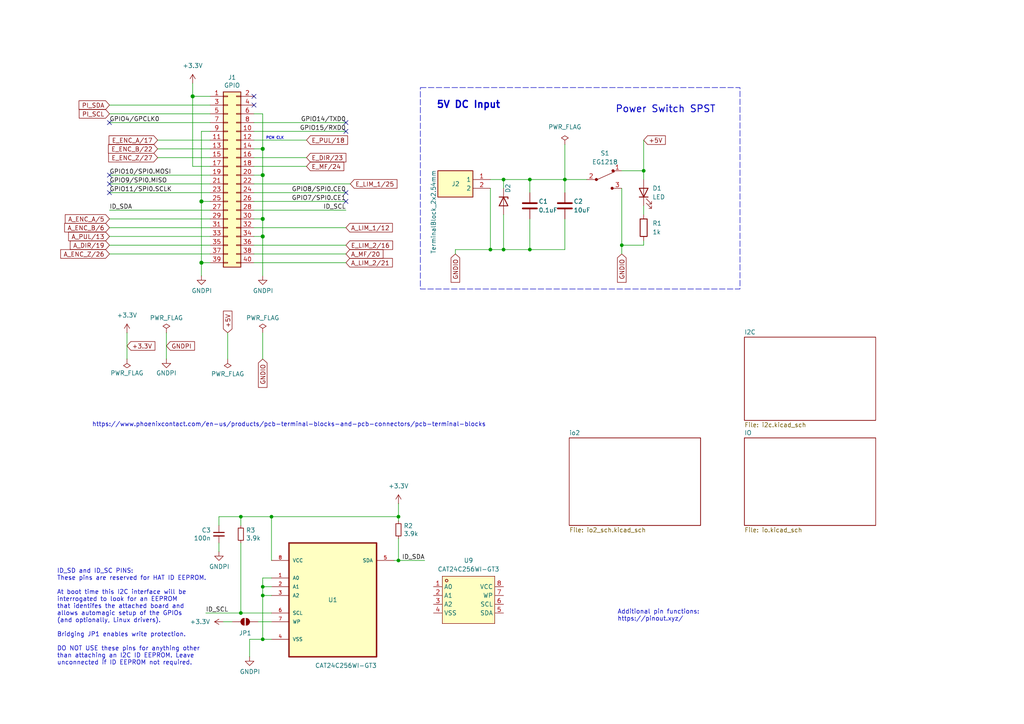
<source format=kicad_sch>
(kicad_sch (version 20250114) (generator "eeschema") (generator_version "9.0")
  (paper "A4")
  (title_block (date "15 nov 2012") (rev "1.0"))
  (lib_symbols
    (symbol "Connector_Generic:Conn_02x20_Odd_Even" (pin_names (offset 1.016) (hide yes))
      (property "Reference" "J" (at 1.27 25.4 0))
      (property "Value" "Conn_02x20_Odd_Even" (at 1.27 -27.94 0))
      (symbol "Conn_02x20_Odd_Even_1_1"
        (rectangle (start -1.27 24.13) (end 3.81 -26.67) (stroke (width 0.254)) (fill (type background)))
        (rectangle (start -1.27 22.987) (end 0 22.733) (stroke (width 0.1524)))
        (rectangle (start -1.27 20.447) (end 0 20.193) (stroke (width 0.1524)))
        (rectangle (start -1.27 17.907) (end 0 17.653) (stroke (width 0.1524)))
        (rectangle (start -1.27 15.367) (end 0 15.113) (stroke (width 0.1524)))
        (rectangle (start -1.27 12.827) (end 0 12.573) (stroke (width 0.1524)))
        (rectangle (start -1.27 10.287) (end 0 10.033) (stroke (width 0.1524)))
        (rectangle (start -1.27 7.747) (end 0 7.493) (stroke (width 0.1524)))
        (rectangle (start -1.27 5.207) (end 0 4.953) (stroke (width 0.1524)))
        (rectangle (start -1.27 2.667) (end 0 2.413) (stroke (width 0.1524)))
        (rectangle (start -1.27 0.127) (end 0 -0.127) (stroke (width 0.1524)))
        (rectangle (start -1.27 -2.413) (end 0 -2.667) (stroke (width 0.1524)))
        (rectangle (start -1.27 -4.953) (end 0 -5.207) (stroke (width 0.1524)))
        (rectangle (start -1.27 -7.493) (end 0 -7.747) (stroke (width 0.1524)))
        (rectangle (start -1.27 -10.033) (end 0 -10.287) (stroke (width 0.1524)))
        (rectangle (start -1.27 -12.573) (end 0 -12.827) (stroke (width 0.1524)))
        (rectangle (start -1.27 -15.113) (end 0 -15.367) (stroke (width 0.1524)))
        (rectangle (start -1.27 -17.653) (end 0 -17.907) (stroke (width 0.1524)))
        (rectangle (start -1.27 -20.193) (end 0 -20.447) (stroke (width 0.1524)))
        (rectangle (start -1.27 -22.733) (end 0 -22.987) (stroke (width 0.1524)))
        (rectangle (start -1.27 -25.273) (end 0 -25.527) (stroke (width 0.1524)))
        (rectangle (start 3.81 22.987) (end 2.54 22.733) (stroke (width 0.1524)))
        (rectangle (start 3.81 20.447) (end 2.54 20.193) (stroke (width 0.1524)))
        (rectangle (start 3.81 17.907) (end 2.54 17.653) (stroke (width 0.1524)))
        (rectangle (start 3.81 15.367) (end 2.54 15.113) (stroke (width 0.1524)))
        (rectangle (start 3.81 12.827) (end 2.54 12.573) (stroke (width 0.1524)))
        (rectangle (start 3.81 10.287) (end 2.54 10.033) (stroke (width 0.1524)))
        (rectangle (start 3.81 7.747) (end 2.54 7.493) (stroke (width 0.1524)))
        (rectangle (start 3.81 5.207) (end 2.54 4.953) (stroke (width 0.1524)))
        (rectangle (start 3.81 2.667) (end 2.54 2.413) (stroke (width 0.1524)))
        (rectangle (start 3.81 0.127) (end 2.54 -0.127) (stroke (width 0.1524)))
        (rectangle (start 3.81 -2.413) (end 2.54 -2.667) (stroke (width 0.1524)))
        (rectangle (start 3.81 -4.953) (end 2.54 -5.207) (stroke (width 0.1524)))
        (rectangle (start 3.81 -7.493) (end 2.54 -7.747) (stroke (width 0.1524)))
        (rectangle (start 3.81 -10.033) (end 2.54 -10.287) (stroke (width 0.1524)))
        (rectangle (start 3.81 -12.573) (end 2.54 -12.827) (stroke (width 0.1524)))
        (rectangle (start 3.81 -15.113) (end 2.54 -15.367) (stroke (width 0.1524)))
        (rectangle (start 3.81 -17.653) (end 2.54 -17.907) (stroke (width 0.1524)))
        (rectangle (start 3.81 -20.193) (end 2.54 -20.447) (stroke (width 0.1524)))
        (rectangle (start 3.81 -22.733) (end 2.54 -22.987) (stroke (width 0.1524)))
        (rectangle (start 3.81 -25.273) (end 2.54 -25.527) (stroke (width 0.1524)))
        (pin passive line (at -5.08 22.86 0) (length 3.81) (name "Pin_1") (number "1"))
        (pin passive line (at -5.08 20.32 0) (length 3.81) (name "Pin_3") (number "3"))
        (pin passive line (at -5.08 17.78 0) (length 3.81) (name "Pin_5") (number "5"))
        (pin passive line (at -5.08 15.24 0) (length 3.81) (name "Pin_7") (number "7"))
        (pin passive line (at -5.08 12.7 0) (length 3.81) (name "Pin_9") (number "9"))
        (pin passive line (at -5.08 10.16 0) (length 3.81) (name "Pin_11") (number "11"))
        (pin passive line (at -5.08 7.62 0) (length 3.81) (name "Pin_13") (number "13"))
        (pin passive line (at -5.08 5.08 0) (length 3.81) (name "Pin_15") (number "15"))
        (pin passive line (at -5.08 2.54 0) (length 3.81) (name "Pin_17") (number "17"))
        (pin passive line (at -5.08 0 0) (length 3.81) (name "Pin_19") (number "19"))
        (pin passive line (at -5.08 -2.54 0) (length 3.81) (name "Pin_21") (number "21"))
        (pin passive line (at -5.08 -5.08 0) (length 3.81) (name "Pin_23") (number "23"))
        (pin passive line (at -5.08 -7.62 0) (length 3.81) (name "Pin_25") (number "25"))
        (pin passive line (at -5.08 -10.16 0) (length 3.81) (name "Pin_27") (number "27"))
        (pin passive line (at -5.08 -12.7 0) (length 3.81) (name "Pin_29") (number "29"))
        (pin passive line (at -5.08 -15.24 0) (length 3.81) (name "Pin_31") (number "31"))
        (pin passive line (at -5.08 -17.78 0) (length 3.81) (name "Pin_33") (number "33"))
        (pin passive line (at -5.08 -20.32 0) (length 3.81) (name "Pin_35") (number "35"))
        (pin passive line (at -5.08 -22.86 0) (length 3.81) (name "Pin_37") (number "37"))
        (pin passive line (at -5.08 -25.4 0) (length 3.81) (name "Pin_39") (number "39"))
        (pin passive line (at 7.62 22.86 180) (length 3.81) (name "Pin_2") (number "2"))
        (pin passive line (at 7.62 20.32 180) (length 3.81) (name "Pin_4") (number "4"))
        (pin passive line (at 7.62 17.78 180) (length 3.81) (name "Pin_6") (number "6"))
        (pin passive line (at 7.62 15.24 180) (length 3.81) (name "Pin_8") (number "8"))
        (pin passive line (at 7.62 12.7 180) (length 3.81) (name "Pin_10") (number "10"))
        (pin passive line (at 7.62 10.16 180) (length 3.81) (name "Pin_12") (number "12"))
        (pin passive line (at 7.62 7.62 180) (length 3.81) (name "Pin_14") (number "14"))
        (pin passive line (at 7.62 5.08 180) (length 3.81) (name "Pin_16") (number "16"))
        (pin passive line (at 7.62 2.54 180) (length 3.81) (name "Pin_18") (number "18"))
        (pin passive line (at 7.62 0 180) (length 3.81) (name "Pin_20") (number "20"))
        (pin passive line (at 7.62 -2.54 180) (length 3.81) (name "Pin_22") (number "22"))
        (pin passive line (at 7.62 -5.08 180) (length 3.81) (name "Pin_24") (number "24"))
        (pin passive line (at 7.62 -7.62 180) (length 3.81) (name "Pin_26") (number "26"))
        (pin passive line (at 7.62 -10.16 180) (length 3.81) (name "Pin_28") (number "28"))
        (pin passive line (at 7.62 -12.7 180) (length 3.81) (name "Pin_30") (number "30"))
        (pin passive line (at 7.62 -15.24 180) (length 3.81) (name "Pin_32") (number "32"))
        (pin passive line (at 7.62 -17.78 180) (length 3.81) (name "Pin_34") (number "34"))
        (pin passive line (at 7.62 -20.32 180) (length 3.81) (name "Pin_36") (number "36"))
        (pin passive line (at 7.62 -22.86 180) (length 3.81) (name "Pin_38") (number "38"))
        (pin passive line (at 7.62 -25.4 180) (length 3.81) (name "Pin_40") (number "40"))
      )
    )
    (symbol "Device:C" (pin_numbers (hide yes)) (pin_names (offset 0.254))
      (property "Reference" "C" (at 0.635 2.54 0))
      (property "Value" "C" (at 0.635 -2.54 0))
      (symbol "C_0_1"
        (polyline (pts (xy -2.032 0.762) (xy 2.032 0.762)) (stroke (width 0.508)))
        (polyline (pts (xy -2.032 -0.762) (xy 2.032 -0.762)) (stroke (width 0.508)))
      )
      (symbol "C_1_1"
        (pin passive line (at 0 3.81 270) (length 2.794) (name "~") (number "1"))
        (pin passive line (at 0 -3.81 90) (length 2.794) (name "~") (number "2"))
      )
    )
    (symbol "Device:C_Small" (pin_numbers (hide yes)) (pin_names (offset 0.254) (hide yes))
      (property "Reference" "C" (at 0.254 1.778 0))
      (property "Value" "C_Small" (at 0.254 -2.032 0))
      (symbol "C_Small_0_1"
        (polyline (pts (xy -1.524 0.508) (xy 1.524 0.508)) (stroke (width 0.3048)))
        (polyline (pts (xy -1.524 -0.508) (xy 1.524 -0.508)) (stroke (width 0.3302)))
      )
      (symbol "C_Small_1_1"
        (pin passive line (at 0 2.54 270) (length 2.032) (name "~") (number "1"))
        (pin passive line (at 0 -2.54 90) (length 2.032) (name "~") (number "2"))
      )
    )
    (symbol "Device:LED" (pin_numbers (hide yes)) (pin_names (offset 1.016) (hide yes))
      (property "Reference" "D" (at 0 2.54 0))
      (property "Value" "LED" (at 0 -2.54 0))
      (symbol "LED_0_1"
        (polyline (pts (xy -3.048 -0.762) (xy -4.572 -2.286) (xy -3.81 -2.286) (xy -4.572 -2.286) (xy -4.572 -1.524)))
        (polyline (pts (xy -1.778 -0.762) (xy -3.302 -2.286) (xy -2.54 -2.286) (xy -3.302 -2.286) (xy -3.302 -1.524)))
        (polyline (pts (xy -1.27 0) (xy 1.27 0)))
        (polyline (pts (xy -1.27 -1.27) (xy -1.27 1.27)) (stroke (width 0.254)))
        (polyline (pts (xy 1.27 -1.27) (xy 1.27 1.27) (xy -1.27 0) (xy 1.27 -1.27)) (stroke (width 0.254)))
      )
      (symbol "LED_1_1"
        (pin passive line (at -3.81 0 0) (length 2.54) (name "K") (number "1"))
        (pin passive line (at 3.81 0 180) (length 2.54) (name "A") (number "2"))
      )
    )
    (symbol "Device:R" (pin_numbers (hide yes)) (pin_names (offset 0))
      (property "Reference" "R" (at 2.032 0 90))
      (property "Value" "R" (at 0 0 90))
      (symbol "R_0_1"
        (rectangle (start -1.016 -2.54) (end 1.016 2.54) (stroke (width 0.254)))
      )
      (symbol "R_1_1"
        (pin passive line (at 0 3.81 270) (length 1.27) (name "~") (number "1"))
        (pin passive line (at 0 -3.81 90) (length 1.27) (name "~") (number "2"))
      )
    )
    (symbol "Device:R_Small" (pin_numbers (hide yes)) (pin_names (offset 0.254) (hide yes))
      (property "Reference" "R" (at 0 0 90))
      (property "Value" "R_Small" (at 1.778 0 90))
      (symbol "R_Small_0_1"
        (rectangle (start -0.762 1.778) (end 0.762 -1.778) (stroke (width 0.2032)))
      )
      (symbol "R_Small_1_1"
        (pin passive line (at 0 2.54 270) (length 0.762) (name "~") (number "1"))
        (pin passive line (at 0 -2.54 90) (length 0.762) (name "~") (number "2"))
      )
    )
    (symbol "Diode:PESD5V0L1UL" (pin_numbers (hide yes)) (pin_names (hide yes))
      (property "Reference" "D" (at 0 2.54 0))
      (property "Value" "PESD5V0L1UL" (at 0 -2.54 0))
      (symbol "PESD5V0L1UL_0_1"
        (polyline (pts (xy -1.27 -1.27) (xy -1.27 1.27) (xy -0.762 1.27)) (stroke (width 0.254)))
        (polyline (pts (xy 1.27 0) (xy -1.27 0)))
        (polyline (pts (xy 1.27 -1.27) (xy 1.27 1.27) (xy -1.27 0) (xy 1.27 -1.27)) (stroke (width 0.254)))
      )
      (symbol "PESD5V0L1UL_1_1"
        (pin passive line (at -3.81 0 0) (length 2.54) (name "K") (number "1"))
        (pin passive line (at 3.81 0 180) (length 2.54) (name "A") (number "2"))
      )
    )
    (symbol "DishSympols:CAT24C256WI-GT3" (pin_names (offset 1.016))
      (property "Reference" "U" (at -5.8424 15.2919 0))
      (property "Value" "CAT24C256WI-GT3" (at -3.9652 -24.5534 0))
      (symbol "CAT24C256WI-GT3_0_0"
        (rectangle (start -12.7 -20.32) (end 12.7 12.7) (stroke (width 0.4064)) (fill (type background)))
        (pin power_in line (at -17.78 7.62 0) (length 5.08) (name "VCC") (number "8"))
        (pin input line (at -17.78 2.54 0) (length 5.08) (name "A0") (number "1"))
        (pin input line (at -17.78 0 0) (length 5.08) (name "A1") (number "2"))
        (pin input line (at -17.78 -2.54 0) (length 5.08) (name "A2") (number "3"))
        (pin input line (at -17.78 -7.62 0) (length 5.08) (name "SCL") (number "6"))
        (pin input line (at -17.78 -10.16 0) (length 5.08) (name "WP") (number "7"))
        (pin passive line (at -17.78 -15.24 0) (length 5.08) (name "VSS") (number "4"))
        (pin bidirectional line (at 17.78 7.62 180) (length 5.08) (name "SDA") (number "5"))
      )
    )
    (symbol "DishSympols:TerminalBlock_2x2.54mm"
      (property "Reference" "J" (at 16.51 7.62 0))
      (property "Value" "TerminalBlock_2x2.54mm" (at 16.51 5.08 0))
      (symbol "TerminalBlock_2x2.54mm_1_1"
        (rectangle (start 5.08 2.54) (end 15.24 -5.08) (stroke (width 0.254)) (fill (type background)))
        (pin passive line (at 0 0 0) (length 5.08) (name "1") (number "1"))
        (pin passive line (at 0 -2.54 0) (length 5.08) (name "2") (number "2"))
      )
    )
    (symbol "Jumper:SolderJumper_2_Open" (pin_numbers (hide yes)) (pin_names (offset 0) (hide yes)) (exclude_from_sim yes) (in_bom no)
      (property "Reference" "JP" (at 0 2.032 0))
      (property "Value" "SolderJumper_2_Open" (at 0 -2.54 0))
      (symbol "SolderJumper_2_Open_0_1"
        (polyline (pts (xy -0.254 1.016) (xy -0.254 -1.016)))
        (arc (start -0.254 -1.016) (mid -1.2656 0) (end -0.254 1.016))
        (arc (start -0.254 -1.016) (mid -1.2656 0) (end -0.254 1.016) (fill (type outline)))
        (arc (start 0.254 1.016) (mid 1.2656 0) (end 0.254 -1.016))
        (arc (start 0.254 1.016) (mid 1.2656 0) (end 0.254 -1.016) (fill (type outline)))
        (polyline (pts (xy 0.254 1.016) (xy 0.254 -1.016)))
      )
      (symbol "SolderJumper_2_Open_1_1"
        (pin passive line (at -3.81 0 0) (length 2.54) (name "A") (number "1"))
        (pin passive line (at 3.81 0 180) (length 2.54) (name "B") (number "2"))
      )
    )
    (symbol "MyParts:CAT24C256WI-GT3"
      (property "Reference" "U" (at 0 8.89 0))
      (property "Value" "CAT24C256WI-GT3" (at 0 -8.89 0))
      (symbol "CAT24C256WI-GT3_0_1"
        (rectangle (start -7.62 6.86) (end 7.62 -6.86) (fill (type background)))
        (circle (center -6.35 5.59) (radius 0.38))
        (circle (center -6.35 5.59) (radius 0.38))
        (pin unspecified line (at -10.16 3.81 0) (length 2.54) (name "A0") (number "1"))
        (pin unspecified line (at -10.16 1.27 0) (length 2.54) (name "A1") (number "2"))
        (pin unspecified line (at -10.16 -1.27 0) (length 2.54) (name "A2") (number "3"))
        (pin unspecified line (at -10.16 -3.81 0) (length 2.54) (name "VSS") (number "4"))
        (pin unspecified line (at 10.16 3.81 180) (length 2.54) (name "VCC") (number "8"))
        (pin unspecified line (at 10.16 1.27 180) (length 2.54) (name "WP") (number "7"))
        (pin unspecified line (at 10.16 -1.27 180) (length 2.54) (name "SCL") (number "6"))
        (pin unspecified line (at 10.16 -3.81 180) (length 2.54) (name "SDA") (number "5"))
      )
    )
    (symbol "dk_Slide-Switches:EG1218" (pin_names (offset 0))
      (property "Reference" "S" (at -3.81 2.286 0))
      (property "Value" "EG1218" (at 0 -5.334 0))
      (symbol "EG1218_0_1"
        (circle (center -2.286 0) (radius 0.3556) (fill (type outline)))
        (polyline (pts (xy -2.032 0) (xy 3.048 2.286)))
        (circle (center 2.286 -2.54) (radius 0.3556) (fill (type outline)))
        (circle (center 2.54 2.54) (radius 0.3556) (fill (type outline)))
      )
      (symbol "EG1218_1_1"
        (pin passive line (at -5.08 0 0) (length 2.54) (name "~") (number "2"))
        (pin passive line (at 5.08 2.54 180) (length 2.54) (name "~") (number "1"))
        (pin passive line (at 5.08 -2.54 180) (length 2.54) (name "~") (number "3"))
      )
    )
    (symbol "power:+3.3V" (power) (pin_numbers (hide yes)) (pin_names (offset 0) (hide yes))
      (property "Value" "+3.3V" (at 0 3.556 0))
      (symbol "+3.3V_0_1"
        (polyline (pts (xy -0.762 1.27) (xy 0 2.54)))
        (polyline (pts (xy 0 2.54) (xy 0.762 1.27)))
        (polyline (pts (xy 0 0) (xy 0 2.54)))
      )
      (symbol "+3.3V_1_1"
        (pin power_in line (at 0 0 90) (length 0) (name "~") (number "1"))
      )
    )
    (symbol "power:GND" (power) (pin_numbers (hide yes)) (pin_names (offset 0) (hide yes))
      (property "Value" "GND" (at 0 -3.81 0))
      (symbol "GND_0_1"
        (polyline (pts (xy 0 0) (xy 0 -1.27) (xy 1.27 -1.27) (xy 0 -2.54) (xy -1.27 -1.27) (xy 0 -1.27)))
      )
      (symbol "GND_1_1"
        (pin power_in line (at 0 0 270) (length 0) (name "~") (number "1"))
      )
    )
    (symbol "power:PWR_FLAG" (power) (pin_numbers (hide yes)) (pin_names (offset 0) (hide yes))
      (property "Value" "PWR_FLAG" (at 0 3.81 0))
      (symbol "PWR_FLAG_0_0"
        (pin power_out line (at 0 0 90) (length 0) (name "~") (number "1"))
      )
      (symbol "PWR_FLAG_0_1"
        (polyline (pts (xy 0 0) (xy 0 1.27) (xy -1.016 1.905) (xy 0 2.54) (xy 1.016 1.905) (xy 0 1.27)))
      )
    )
  )
  (rectangle (start 121.92 25.4) (end 214.63 83.82) (stroke (width 0) (type dash)))
  (text "PCM CLK" (at 79.756 40.132 0) (effects (font (size 0.762 0.762))))
  (text "Additional pin functions:\nhttps://pinout.xyz/" (at 179.07 180.34 0) (effects (font (size 1.27 1.27)) (justify left bottom)))
  (text "Power Switch SPST" (at 193.04 31.75 0) (effects (font (size 2 2) (thickness 0.254) (bold yes))))
  (text "ID_SD and ID_SC PINS:\nThese pins are reserved for HAT ID EEPROM.\n\nAt boot time this I2C interface will be\ninterrogated to look for an EEPROM\nthat identifes the attached board and\nallows automagic setup of the GPIOs\n(and optionally, Linux drivers).\n\nBridging JP1 enables write protection.\n\nDO NOT USE these pins for anything other\nthan attaching an I2C ID EEPROM. Leave\nunconnected if ID EEPROM not required." (at 16.51 193.04 0) (effects (font (size 1.27 1.27)) (justify left bottom)))
  (text "https://www.phoenixcontact.com/en-us/products/pcb-terminal-blocks-and-pcb-connectors/pcb-terminal-blocks" (at 83.82 123.19 0) (effects (font (size 1.27 1.27))))
  (text "5V DC Input" (at 135.89 30.48 0) (effects (font (size 2 2) (thickness 0.4) (bold yes))))
  (junction (at 115.57 162.56))
  (junction (at 76.2 43.18) (diameter 1.016))
  (junction (at 78.74 149.86))
  (junction (at 146.05 72.39))
  (junction (at 186.69 49.53))
  (junction (at 153.67 72.39))
  (junction (at 146.05 52.07))
  (junction (at 76.2 170.18))
  (junction (at 58.42 76.2) (diameter 1.016))
  (junction (at 76.2 185.42))
  (junction (at 115.57 149.86))
  (junction (at 58.42 58.42) (diameter 1.016))
  (junction (at 69.85 177.8))
  (junction (at 76.2 68.58) (diameter 1.016))
  (junction (at 142.24 72.39))
  (junction (at 153.67 52.07))
  (junction (at 180.34 71.12))
  (junction (at 76.2 172.72))
  (junction (at 76.2 63.5) (diameter 1.016))
  (junction (at 163.83 52.07))
  (junction (at 76.2 50.8) (diameter 1.016))
  (junction (at 69.85 149.86))
  (junction (at 55.88 27.94) (diameter 1.016))
  (no_connect (at 31.75 55.88))
  (no_connect (at 100.33 55.88))
  (no_connect (at 31.75 53.34))
  (no_connect (at 73.66 30.48))
  (no_connect (at 31.75 50.8))
  (no_connect (at 100.33 58.42))
  (no_connect (at 100.33 38.1))
  (no_connect (at 100.33 35.56))
  (no_connect (at 73.66 27.94))
  (no_connect (at 31.75 35.56))
  (wire (pts (xy 58.42 58.42) (xy 58.42 76.2)))
  (wire (pts (xy 73.66 58.42) (xy 100.33 58.42)))
  (wire (pts (xy 69.85 152.4) (xy 69.85 149.86)))
  (wire (pts (xy 146.05 52.07) (xy 146.05 54.61)))
  (wire (pts (xy 76.2 96.52) (xy 76.2 104.14)))
  (wire (pts (xy 180.34 54.61) (xy 180.34 71.12)))
  (wire (pts (xy 76.2 33.02) (xy 76.2 43.18)))
  (wire (pts (xy 76.2 50.8) (xy 73.66 50.8)))
  (wire (pts (xy 66.04 104.14) (xy 66.04 96.52)))
  (wire (pts (xy 163.83 63.5) (xy 163.83 72.39)))
  (wire (pts (xy 186.69 59.69) (xy 186.69 62.23)))
  (wire (pts (xy 76.2 63.5) (xy 76.2 68.58)))
  (wire (pts (xy 45.72 43.18) (xy 60.96 43.18)))
  (wire (pts (xy 153.67 72.39) (xy 146.05 72.39)))
  (wire (pts (xy 45.72 40.64) (xy 60.96 40.64)))
  (wire (pts (xy 153.67 63.5) (xy 153.67 72.39)))
  (wire (pts (xy 132.08 72.39) (xy 132.08 73.66)))
  (wire (pts (xy 146.05 72.39) (xy 142.24 72.39)))
  (wire (pts (xy 142.24 72.39) (xy 132.08 72.39)))
  (wire (pts (xy 76.2 50.8) (xy 76.2 63.5)))
  (wire (pts (xy 73.66 35.56) (xy 100.33 35.56)))
  (wire (pts (xy 58.42 38.1) (xy 58.42 58.42)))
  (wire (pts (xy 114.3 162.56) (xy 115.57 162.56)))
  (wire (pts (xy 58.42 38.1) (xy 60.96 38.1)))
  (wire (pts (xy 72.39 185.42) (xy 76.2 185.42)))
  (wire (pts (xy 73.66 55.88) (xy 100.33 55.88)))
  (wire (pts (xy 78.74 167.64) (xy 76.2 167.64)))
  (wire (pts (xy 72.39 190.5) (xy 72.39 185.42)))
  (wire (pts (xy 31.75 63.5) (xy 60.96 63.5)))
  (wire (pts (xy 115.57 149.86) (xy 115.57 151.13)))
  (wire (pts (xy 163.83 41.91) (xy 163.83 52.07)))
  (wire (pts (xy 163.83 52.07) (xy 170.18 52.07)))
  (wire (pts (xy 186.69 40.64) (xy 186.69 49.53)))
  (wire (pts (xy 69.85 177.8) (xy 78.74 177.8)))
  (wire (pts (xy 58.42 58.42) (xy 60.96 58.42)))
  (wire (pts (xy 78.74 149.86) (xy 115.57 149.86)))
  (wire (pts (xy 153.67 52.07) (xy 163.83 52.07)))
  (wire (pts (xy 73.66 40.64) (xy 88.9 40.64)))
  (wire (pts (xy 73.66 71.12) (xy 100.33 71.12)))
  (wire (pts (xy 73.66 76.2) (xy 100.33 76.2)))
  (wire (pts (xy 58.42 76.2) (xy 58.42 80.01)))
  (wire (pts (xy 55.88 24.13) (xy 55.88 27.94)))
  (wire (pts (xy 63.5 149.86) (xy 69.85 149.86)))
  (wire (pts (xy 146.05 62.23) (xy 146.05 72.39)))
  (wire (pts (xy 76.2 170.18) (xy 76.2 172.72)))
  (wire (pts (xy 76.2 68.58) (xy 73.66 68.58)))
  (wire (pts (xy 74.93 180.34) (xy 78.74 180.34)))
  (wire (pts (xy 31.75 33.02) (xy 60.96 33.02)))
  (wire (pts (xy 115.57 146.05) (xy 115.57 149.86)))
  (wire (pts (xy 76.2 170.18) (xy 78.74 170.18)))
  (wire (pts (xy 73.66 45.72) (xy 88.9 45.72)))
  (wire (pts (xy 31.75 55.88) (xy 60.96 55.88)))
  (wire (pts (xy 55.88 48.26) (xy 60.96 48.26)))
  (wire (pts (xy 60.96 30.48) (xy 31.75 30.48)))
  (wire (pts (xy 76.2 43.18) (xy 76.2 50.8)))
  (wire (pts (xy 31.75 60.96) (xy 60.96 60.96)))
  (wire (pts (xy 63.5 152.4) (xy 63.5 149.86)))
  (wire (pts (xy 76.2 172.72) (xy 78.74 172.72)))
  (wire (pts (xy 76.2 43.18) (xy 73.66 43.18)))
  (wire (pts (xy 76.2 167.64) (xy 76.2 170.18)))
  (wire (pts (xy 31.75 35.56) (xy 60.96 35.56)))
  (wire (pts (xy 55.88 27.94) (xy 55.88 48.26)))
  (wire (pts (xy 73.66 38.1) (xy 100.33 38.1)))
  (wire (pts (xy 163.83 52.07) (xy 163.83 55.88)))
  (wire (pts (xy 69.85 149.86) (xy 78.74 149.86)))
  (wire (pts (xy 186.69 69.85) (xy 186.69 71.12)))
  (wire (pts (xy 31.75 53.34) (xy 60.96 53.34)))
  (wire (pts (xy 48.26 96.52) (xy 48.26 104.14)))
  (wire (pts (xy 63.5 157.48) (xy 63.5 160.02)))
  (wire (pts (xy 76.2 172.72) (xy 76.2 185.42)))
  (wire (pts (xy 31.75 66.04) (xy 60.96 66.04)))
  (wire (pts (xy 59.69 177.8) (xy 69.85 177.8)))
  (wire (pts (xy 180.34 49.53) (xy 186.69 49.53)))
  (wire (pts (xy 115.57 162.56) (xy 123.19 162.56)))
  (wire (pts (xy 31.75 71.12) (xy 60.96 71.12)))
  (wire (pts (xy 36.83 96.52) (xy 36.83 104.14)))
  (wire (pts (xy 73.66 66.04) (xy 100.33 66.04)))
  (wire (pts (xy 58.42 76.2) (xy 60.96 76.2)))
  (wire (pts (xy 69.85 157.48) (xy 69.85 177.8)))
  (wire (pts (xy 73.66 73.66) (xy 100.33 73.66)))
  (wire (pts (xy 153.67 52.07) (xy 153.67 55.88)))
  (wire (pts (xy 115.57 156.21) (xy 115.57 162.56)))
  (wire (pts (xy 76.2 33.02) (xy 73.66 33.02)))
  (wire (pts (xy 31.75 73.66) (xy 60.96 73.66)))
  (wire (pts (xy 45.72 45.72) (xy 60.96 45.72)))
  (wire (pts (xy 76.2 185.42) (xy 78.74 185.42)))
  (wire (pts (xy 142.24 54.61) (xy 142.24 72.39)))
  (wire (pts (xy 186.69 49.53) (xy 186.69 52.07)))
  (wire (pts (xy 78.74 162.56) (xy 78.74 149.86)))
  (wire (pts (xy 76.2 68.58) (xy 76.2 80.01)))
  (wire (pts (xy 64.77 180.34) (xy 67.31 180.34)))
  (wire (pts (xy 163.83 72.39) (xy 153.67 72.39)))
  (wire (pts (xy 73.66 53.34) (xy 101.6 53.34)))
  (wire (pts (xy 60.96 68.58) (xy 31.75 68.58)))
  (wire (pts (xy 146.05 52.07) (xy 153.67 52.07)))
  (wire (pts (xy 180.34 71.12) (xy 186.69 71.12)))
  (wire (pts (xy 76.2 63.5) (xy 73.66 63.5)))
  (wire (pts (xy 73.66 48.26) (xy 88.9 48.26)))
  (wire (pts (xy 55.88 27.94) (xy 60.96 27.94)))
  (wire (pts (xy 60.96 50.8) (xy 31.75 50.8)))
  (wire (pts (xy 73.66 60.96) (xy 100.33 60.96)))
  (wire (pts (xy 180.34 71.12) (xy 180.34 73.66)))
  (wire (pts (xy 142.24 52.07) (xy 146.05 52.07)))
  (label "ID_SDA" (at 123.19 162.56 180))
  (label "GPIO10{slash}SPI0.MOSI" (at 31.75 50.8 0))
  (label "GPIO9{slash}SPI0.MISO" (at 31.75 53.34 0))
  (label "GPIO4{slash}GPCLK0" (at 31.75 35.56 0))
  (label "GPIO14{slash}TXD0" (at 100.33 35.56 180))
  (label "GPIO8{slash}SPI0.CE0" (at 100.33 55.88 180))
  (label "GPIO15{slash}RXD0" (at 100.33 38.1 180))
  (label "ID_SDA" (at 31.75 60.96 0))
  (label "ID_SCL" (at 100.33 60.96 180))
  (label "GPIO7{slash}SPI0.CE1" (at 100.33 58.42 180))
  (label "ID_SCL" (at 59.69 177.8 0))
  (label "GPIO11{slash}SPI0.SCLK" (at 31.75 55.88 0))
  (global_label "A_ENC_Z{slash}26" (shape input) (at 31.75 73.66 180) (property "Intersheetrefs" "${INTERSHEET_REFS}" (effects (hide yes))))
  (global_label "+3.3V" (shape input) (at 36.83 100.33 0) (property "Intersheetrefs" "${INTERSHEET_REFS}" (effects (hide yes))))
  (global_label "E_LIM_1{slash}25" (shape input) (at 101.6 53.34 0) (property "Intersheetrefs" "${INTERSHEET_REFS}" (effects (hide yes))))
  (global_label "E_ENC_A{slash}17" (shape input) (at 45.72 40.64 180) (property "Intersheetrefs" "${INTERSHEET_REFS}" (effects (hide yes))))
  (global_label "GNDIO" (shape input) (at 132.08 73.66 270) (property "Intersheetrefs" "${INTERSHEET_REFS}" (effects (hide yes))))
  (global_label "E_ENC_Z{slash}27" (shape input) (at 45.72 45.72 180) (property "Intersheetrefs" "${INTERSHEET_REFS}" (effects (hide yes))))
  (global_label "GNDIO" (shape input) (at 180.34 73.66 270) (property "Intersheetrefs" "${INTERSHEET_REFS}" (effects (hide yes))))
  (global_label "+5V" (shape input) (at 66.04 96.52 90) (property "Intersheetrefs" "${INTERSHEET_REFS}" (effects (hide yes))))
  (global_label "A_ENC_A{slash}5" (shape input) (at 31.75 63.5 180) (property "Intersheetrefs" "${INTERSHEET_REFS}" (effects (hide yes))))
  (global_label "GNDPI" (shape input) (at 48.26 100.33 0) (property "Intersheetrefs" "${INTERSHEET_REFS}" (effects (hide yes))))
  (global_label "PI_SCL" (shape input) (at 31.75 33.02 180) (property "Intersheetrefs" "${INTERSHEET_REFS}" (effects (hide yes))))
  (global_label "E_PUL{slash}18" (shape input) (at 88.9 40.64 0) (property "Intersheetrefs" "${INTERSHEET_REFS}" (effects (hide yes))))
  (global_label "A_DIR{slash}19" (shape input) (at 31.75 71.12 180) (property "Intersheetrefs" "${INTERSHEET_REFS}" (effects (hide yes))))
  (global_label "A_ENC_B{slash}6" (shape input) (at 31.75 66.04 180) (property "Intersheetrefs" "${INTERSHEET_REFS}" (effects (hide yes))))
  (global_label "A_PUL{slash}13" (shape input) (at 31.75 68.58 180) (property "Intersheetrefs" "${INTERSHEET_REFS}" (effects (hide yes))))
  (global_label "E_LIM_2{slash}16" (shape input) (at 100.33 71.12 0) (property "Intersheetrefs" "${INTERSHEET_REFS}" (effects (hide yes))))
  (global_label "A_LIM_2{slash}21" (shape input) (at 100.33 76.2 0) (property "Intersheetrefs" "${INTERSHEET_REFS}" (effects (hide yes))))
  (global_label "E_MF{slash}24" (shape input) (at 88.9 48.26 0) (property "Intersheetrefs" "${INTERSHEET_REFS}" (effects (hide yes))))
  (global_label "E_DIR{slash}23" (shape input) (at 88.9 45.72 0) (property "Intersheetrefs" "${INTERSHEET_REFS}" (effects (hide yes))))
  (global_label "E_ENC_B{slash}22" (shape input) (at 45.72 43.18 180) (property "Intersheetrefs" "${INTERSHEET_REFS}" (effects (hide yes))))
  (global_label "A_MF{slash}20" (shape input) (at 100.33 73.66 0) (property "Intersheetrefs" "${INTERSHEET_REFS}" (effects (hide yes))))
  (global_label "PI_SDA" (shape input) (at 31.75 30.48 180) (property "Intersheetrefs" "${INTERSHEET_REFS}" (effects (hide yes))))
  (global_label "GNDIO" (shape input) (at 76.2 104.14 270) (property "Intersheetrefs" "${INTERSHEET_REFS}" (effects (hide yes))))
  (global_label "+5V" (shape input) (at 186.69 40.64 0) (property "Intersheetrefs" "${INTERSHEET_REFS}" (effects (hide yes))))
  (global_label "A_LIM_1{slash}12" (shape input) (at 100.33 66.04 0) (property "Intersheetrefs" "${INTERSHEET_REFS}" (effects (hide yes))))
  (symbol (lib_id "power:GND") (at 76.2 80.01 0) (unit 1)
    (property "Reference" "#PWR06" (effects (hide yes)))
    (property "Value" "GNDPI" (at 76.3143 84.3344 0))
    (property "Description" "Power symbol creates a global label with name \"GND\" , ground" (effects (hide yes)))
  )
  (symbol (lib_id "power:GND") (at 58.42 80.01 0) (unit 1)
    (property "Reference" "#PWR05" (effects (hide yes)))
    (property "Value" "GNDPI" (at 58.5343 84.3344 0))
    (property "Description" "Power symbol creates a global label with name \"GND\" , ground" (effects (hide yes)))
  )
  (symbol (lib_id "Connector_Generic:Conn_02x20_Odd_Even") (at 66.04 50.8 0) (unit 1)
    (property "Reference" "J1" (at 67.31 22.4598 0))
    (property "Value" "GPIO" (at 67.31 24.765 0))
    (property "Footprint" "Connector_PinSocket_2.54mm:PinSocket_2x20_P2.54mm_Vertical" (effects (hide yes)))
    (property "Description" "Generic connector, double row, 02x20, odd/even pin numbering scheme (row 1 odd numbers, row 2 even numbers), script generated (kicad-library-utils/schlib/autogen/connector/)" (effects (hide yes)))
  )
  (symbol (lib_id "Device:C_Small") (at 63.5 154.94 0) (unit 1)
    (property "Reference" "C3" (at 61.1758 153.7906 0) (effects (justify right)))
    (property "Value" "100n" (at 61.1758 156.0893 0) (effects (justify right)))
    (property "Footprint" "Capacitor_SMD:C_0402_1005Metric" (effects (hide yes)))
    (property "Description" "Unpolarized capacitor, small symbol" (effects (hide yes)))
  )
  (symbol (lib_id "Device:C") (at 153.67 59.69 0) (unit 1)
    (property "Reference" "C1" (at 156.21 58.42 0) (effects (justify left)))
    (property "Value" "0.1uF" (at 156.21 60.96 0) (effects (justify left)))
    (property "Footprint" "Capacitor_SMD:C_0402_1005Metric" (effects (hide yes)))
    (property "Description" "Unpolarized capacitor" (effects (hide yes)))
  )
  (symbol (lib_id "power:PWR_FLAG") (at 66.04 104.14 180) (unit 1) (in_bom no) (on_board no)
    (property "Reference" "#FLG05" (effects (hide yes)))
    (property "Value" "PWR_FLAG" (at 66.04 108.458 0))
    (property "Description" "Special symbol for telling ERC where power comes from" (effects (hide yes)))
  )
  (symbol (lib_id "Device:R_Small") (at 69.85 154.94 0) (unit 1)
    (property "Reference" "R3" (at 71.3486 153.797 0) (effects (justify left)))
    (property "Value" "3.9k" (at 71.3487 156.0893 0) (effects (justify left)))
    (property "Footprint" "Resistor_SMD:R_0402_1005Metric" (effects (hide yes)))
    (property "Description" "Resistor, small symbol" (effects (hide yes)))
  )
  (symbol (lib_id "dk_Slide-Switches:EG1218") (at 175.26 52.07 0) (unit 1)
    (property "Reference" "S1" (at 175.4632 44.45 0))
    (property "Value" "EG1218" (at 175.4632 46.99 0))
    (property "Footprint" "digikey-footprints:Switch_Slide_11.6x4mm_EG1218" (effects (hide yes)))
    (property "Datasheet" "http://spec_sheets.e-switch.com/specs/P040040.pdf" (effects (hide yes)))
    (property "Description" "SWITCH SLIDE SPDT 200MA 30V" (effects (hide yes)))
    (property "Digi-Key_PN" "EG1903-ND" (effects (hide yes)))
    (property "MPN" "EG1218" (effects (hide yes)))
    (property "Category" "Switches" (effects (hide yes)))
    (property "Family" "Slide Switches" (effects (hide yes)))
    (property "DK_Datasheet_Link" "http://spec_sheets.e-switch.com/specs/P040040.pdf" (effects (hide yes)))
    (property "DK_Detail_Page" "/product-detail/en/e-switch/EG1218/EG1903-ND/101726" (effects (hide yes)))
    (property "Description_1" "SWITCH SLIDE SPDT 200MA 30V" (effects (hide yes)))
    (property "Manufacturer" "E-Switch" (effects (hide yes)))
    (property "Status" "Active" (effects (hide yes)))
  )
  (symbol (lib_id "Device:C") (at 163.83 59.69 0) (unit 1)
    (property "Reference" "C2" (at 166.37 58.42 0) (effects (justify left)))
    (property "Value" "10uF" (at 166.37 60.96 0) (effects (justify left)))
    (property "Footprint" "Capacitor_SMD:C_0402_1005Metric" (effects (hide yes)))
    (property "Description" "Unpolarized capacitor" (effects (hide yes)))
  )
  (symbol (lib_id "DishSympols:CAT24C256WI-GT3") (at 96.52 170.18 0) (unit 1)
    (property "Reference" "U1" (at 96.52 173.99 0))
    (property "Value" "CAT24C256WI-GT3" (at 100.33 193.04 0))
    (property "Footprint" "DishFootprints:CAT24C256_EEPROM" (effects (hide yes)))
    (property "Datasheet" "https://www.onsemi.com/pdf/datasheet/cat24c256-d.pdf" (effects (hide yes)))
    (property "MPN" "CAT24C256WI-GT3" (effects (hide yes)))
    (property "OC_FARNELL" "1718127" (effects (hide yes)))
    (property "OC_NEWARK" "08R5412" (effects (hide yes)))
    (property "SUPPLIER" "CATALYST SEMICONDUCTOR" (effects (hide yes)))
    (property "PACKAGE" "SOIC-8" (effects (hide yes)))
  )
  (symbol (lib_id "Jumper:SolderJumper_2_Open") (at 71.12 180.34 0) (unit 1)
    (property "Reference" "JP1" (at 71.12 183.623 0))
    (property "Value" "JP1" (effects (hide yes)))
    (property "Footprint" "DishFootprints:Header 1x2 Male" (effects (hide yes)))
    (property "Datasheet" "https://cdn.amphenol-cs.com/media/wysiwyg/files/documentation/datasheet/boardwiretoboard/bwb_bergstik.pdf" (effects (hide yes)))
    (property "Description" "Solder Jumper, 2-pole, open" (effects (hide yes)))
  )
  (symbol (lib_id "Device:R_Small") (at 115.57 153.67 0) (unit 1)
    (property "Reference" "R2" (at 117.0686 152.527 0) (effects (justify left)))
    (property "Value" "3.9k" (at 117.0687 154.8193 0) (effects (justify left)))
    (property "Footprint" "Resistor_SMD:R_0402_1005Metric" (effects (hide yes)))
    (property "Description" "Resistor, small symbol" (effects (hide yes)))
  )
  (symbol (lib_id "power:+3.3V") (at 64.77 180.34 90) (unit 1)
    (property "Reference" "#PWR011" (effects (hide yes)))
    (property "Value" "+3.3V" (at 60.96 180.3399 90) (effects (justify left)))
    (property "Description" "Power symbol creates a global label with name \"+3.3V\"" (effects (hide yes)))
  )
  (symbol (lib_id "power:GND") (at 72.39 190.5 0) (unit 1)
    (property "Reference" "#PWR012" (effects (hide yes)))
    (property "Value" "GNDPI" (at 72.5043 194.8244 0))
    (property "Description" "Power symbol creates a global label with name \"GND\" , ground" (effects (hide yes)))
  )
  (symbol (lib_id "power:PWR_FLAG") (at 163.83 41.91 0) (unit 1)
    (property "Reference" "#FLG01" (effects (hide yes)))
    (property "Value" "PWR_FLAG" (at 163.83 36.83 0))
    (property "Description" "Special symbol for telling ERC where power comes from" (effects (hide yes)))
  )
  (symbol (lib_id "MyParts:CAT24C256WI-GT3") (at 135.89 173.99 0) (unit 1)
    (property "Reference" "U9" (at 135.89 162.56 0))
    (property "Value" "CAT24C256WI-GT3" (at 135.89 165.1 0))
    (property "Footprint" "MyParts:SOIC-8_L4.9-W3.9-P1.27-LS6.0-BL" (effects (hide yes)))
    (property "Datasheet" "https://lcsc.com/product-detail/EEPROM_ON_CAT24C256WI-GT3_CAT24C256WI-GT3_C79987.html" (effects (hide yes)))
    (property "LCSC Part" "C79987" (effects (hide yes)))
  )
  (symbol (lib_id "power:PWR_FLAG") (at 76.2 96.52 0) (unit 1) (in_bom no) (on_board no)
    (property "Reference" "#FLG06" (effects (hide yes)))
    (property "Value" "PWR_FLAG" (at 76.2 92.202 0))
    (property "Description" "Special symbol for telling ERC where power comes from" (effects (hide yes)))
  )
  (symbol (lib_id "power:+3.3V") (at 36.83 96.52 0) (unit 1)
    (property "Reference" "#PWR07" (effects (hide yes)))
    (property "Value" "+3.3V" (at 36.83 91.44 0))
    (property "Description" "Power symbol creates a global label with name \"+3.3V\"" (effects (hide yes)))
  )
  (symbol (lib_id "power:GND") (at 63.5 160.02 0) (unit 1)
    (property "Reference" "#PWR010" (effects (hide yes)))
    (property "Value" "GNDPI" (at 63.6143 164.3444 0))
    (property "Description" "Power symbol creates a global label with name \"GND\" , ground" (effects (hide yes)))
  )
  (symbol (lib_id "Diode:PESD5V0L1UL") (at 146.05 58.42 270) (unit 1)
    (property "Reference" "D2" (at 147.32 54.61 0))
    (property "Value" "TPESD0402G05V" (effects (hide yes)))
    (property "Footprint" "Diode_SMD:D_0402_1005Metric" (effects (hide yes)))
    (property "Datasheet" "https://assets.nexperia.com/documents/data-sheet/PESD5V0L1UL.pdf" (effects (hide yes)))
    (property "Description" "Low capacitance unidirectional ESD protection diode, 5V, SOD-882" (effects (hide yes)))
    (property "LCSC" "C558615" (effects (hide yes)))
  )
  (symbol (lib_id "Device:LED") (at 186.69 55.88 90) (unit 1)
    (property "Reference" "D1" (at 189.23 54.61 90) (effects (justify right)))
    (property "Value" "LED" (at 189.23 57.15 90) (effects (justify right)))
    (property "Footprint" "LED_SMD:LED_1206_3216Metric" (effects (hide yes)))
    (property "Description" "Light emitting diode" (effects (hide yes)))
    (property "Sim.Pins" "1=K 2=A" (effects (hide yes)))
    (property "LCSC Part" "C5264252" (effects (hide yes)))
  )
  (symbol (lib_id "power:+3.3V") (at 115.57 146.05 0) (unit 1)
    (property "Reference" "#PWR09" (effects (hide yes)))
    (property "Value" "+3.3V" (at 115.57 140.97 0))
    (property "Description" "Power symbol creates a global label with name \"+3.3V\"" (effects (hide yes)))
  )
  (symbol (lib_id "power:+3.3V") (at 55.88 24.13 0) (unit 1)
    (property "Reference" "#PWR01" (effects (hide yes)))
    (property "Value" "+3.3V" (at 55.88 19.05 0))
    (property "Description" "Power symbol creates a global label with name \"+3.3V\"" (effects (hide yes)))
  )
  (symbol (lib_id "power:PWR_FLAG") (at 36.83 104.14 180) (unit 1) (in_bom no) (on_board no)
    (property "Reference" "#FLG04" (effects (hide yes)))
    (property "Value" "PWR_FLAG" (at 36.83 108.204 0))
    (property "Description" "Special symbol for telling ERC where power comes from" (effects (hide yes)))
  )
  (symbol (lib_id "Device:R") (at 186.69 66.04 0) (unit 1)
    (property "Reference" "R1" (at 189.23 64.7699 0) (effects (justify left)))
    (property "Value" "1k" (at 189.23 67.3099 0) (effects (justify left)))
    (property "Footprint" "Resistor_SMD:R_0402_1005Metric" (effects (hide yes)))
    (property "Description" "Resistor" (effects (hide yes)))
    (property "LCSC Part" "C4410" (effects (hide yes)))
  )
  (symbol (lib_id "power:GND") (at 48.26 104.14 0) (unit 1)
    (property "Reference" "#PWR08" (effects (hide yes)))
    (property "Value" "GNDPI" (at 48.26 108.204 0))
    (property "Description" "Power symbol creates a global label with name \"GND\" , ground" (effects (hide yes)))
  )
  (symbol (lib_id "DishSympols:TerminalBlock_2x2.54mm") (at 142.24 52.07 0) (mirror y) (unit 1)
    (property "Reference" "J2" (at 133.35 53.34 0) (effects (justify left)))
    (property "Value" "TerminalBlock_2x2.54mm" (at 125.73 73.66 90) (effects (justify left)))
    (property "Footprint" "DishFootprints:TerminalBlock_2x2.54mm" (effects (hide yes)))
    (property "Datasheet" "https://www.phoenixcontact.com/online/portal/us/?uri=pxc-oc-itemdetail:pid=1725656&library=usen&pcck=P-11-01-05&tab=1&selectedCategory=ALL" (effects (hide yes)))
    (property "Description" "PCB terminal block, nominal current: 6 A, rated voltage (III/2): 160 V, nominal cross section: 0.5 mm?, Number of potentials: 2, Number of rows: 1, Number of positions per row: 2, product range: MPT 0,5, pitch: 2.54 mm, connection method: Screw connection with tension sleeve, mounting: Wave soldering, conductor/PCB connection direction: 0 ?, color: green, Pin layout: Linear pinning, Solder pin [P]: 3.5 mm, type of packaging: packed in cardboard" (effects (hide yes)))
    (property "Height" "8.65" (effects (hide yes)))
    (property "Manufacturer_Name" "Phoenix Contact" (effects (hide yes)))
    (property "Manufacturer_Part_Number" "1725656" (effects (hide yes)))
    (property "Mouser Part Number" "651-1725656" (effects (hide yes)))
    (property "Mouser Price/Stock" "https://www.mouser.co.uk/ProductDetail/Phoenix-Contact/1725656?qs=Ul7CXFMnlWWQeccayYbRmw%3D%3D" (effects (hide yes)))
    (property "Arrow Part Number" "1725656" (effects (hide yes)))
    (property "Arrow Price/Stock" "https://www.arrow.com/en/products/1725656/phoenix-contact?utm_currency=USD&region=nac" (effects (hide yes)))
  )
  (symbol (lib_id "power:PWR_FLAG") (at 48.26 96.52 0) (unit 1) (in_bom no) (on_board no)
    (property "Reference" "#FLG03" (effects (hide yes)))
    (property "Value" "PWR_FLAG" (at 48.26 92.202 0))
    (property "Description" "Special symbol for telling ERC where power comes from" (effects (hide yes)))
  )
  (sheet (at 215.9 97.79) (size 38.1 24.13) (stroke (width 0.1524))
    (property "Sheetname" "I2C" (at 215.9 97.0784 0) (effects (justify left bottom)))
    (property "Sheetfile" "i2c.kicad_sch" (at 215.9 122.5046 0) (effects (justify left top)))
  )
  (sheet (at 165.1 127) (size 38.1 25.4) (stroke (width 0.1524))
    (property "Sheetname" "io2" (at 165.1 126.2884 0) (effects (justify left bottom)))
    (property "Sheetfile" "io2_sch.kicad_sch" (at 165.1 152.9846 0) (effects (justify left top)))
  )
  (sheet (at 215.9 127) (size 38.1 25.4) (stroke (width 0.1524))
    (property "Sheetname" "IO" (at 215.9 126.2884 0) (effects (justify left bottom)))
    (property "Sheetfile" "io.kicad_sch" (at 215.9 152.9846 0) (effects (justify left top)))
  )
)
</source>
